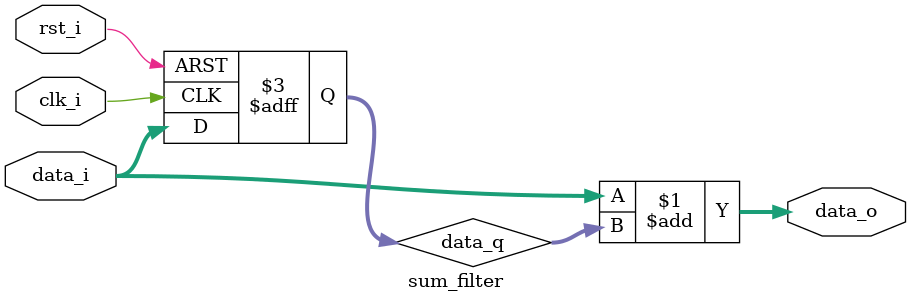
<source format=v>
`timescale 1ns / 1ps


module sum_filter #(
    parameter WIDTH = 16
    )(
    input wire clk_i,
    input wire rst_i,
    input wire [WIDTH-1:0] data_i,
    output wire [WIDTH-1:0] data_o
    );
    
    reg [WIDTH-1:0] data_q;
    
    assign data_o = data_i + data_q;
    
    
    always @(posedge clk_i or posedge rst_i) begin
        if (rst_i) begin
            data_q <= 'd0;
        end else begin 
            data_q <= data_i;
        end
    end 
    
endmodule

</source>
